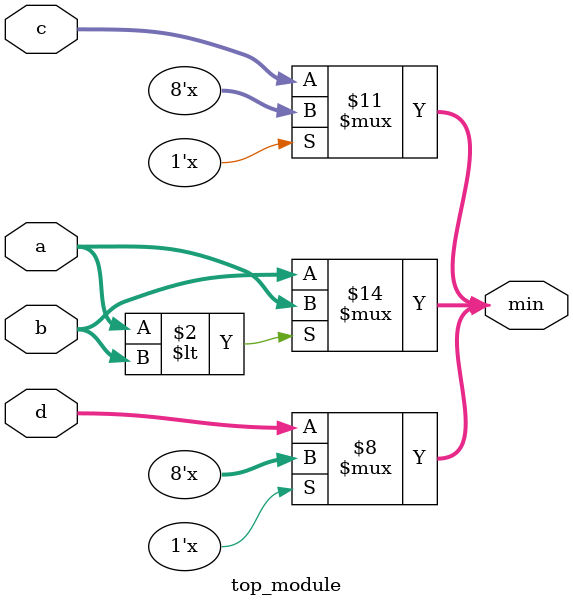
<source format=sv>
module top_module (
	input [7:0] a,
	input [7:0] b,
	input [7:0] c,
	input [7:0] d,
	output reg [7:0] min
);

// Compare 'a' and 'b', and assign the smaller value to 'min'
always @*
begin
	if (a < b)
		min = a;
	else
		min = b;
end

// Compare 'min' with 'c', and assign the smaller value to 'min'
always @*
begin
	if (min < c)
		min = min;
	else
		min = c;
end

// Compare 'min' with 'd', and assign the smaller value to 'min'
always @*
begin
	if (min < d)
		min = min;
	else
		min = d;
end

endmodule

</source>
